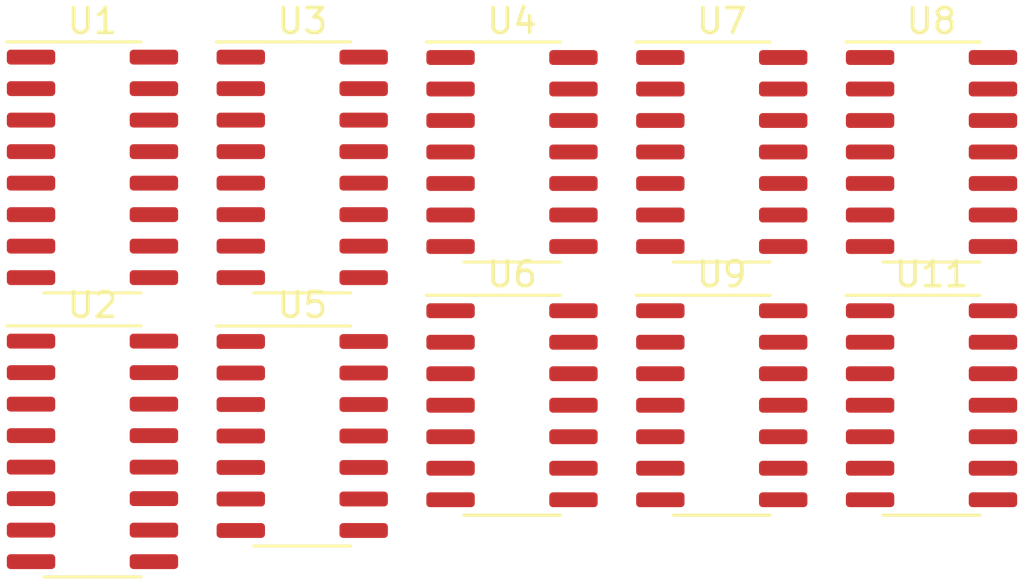
<source format=kicad_pcb>
(kicad_pcb (version 20171130) (host pcbnew "(5.1.10-1-10_14)")

  (general
    (thickness 1.6)
    (drawings 0)
    (tracks 0)
    (zones 0)
    (modules 10)
    (nets 114)
  )

  (page A4)
  (layers
    (0 F.Cu signal)
    (31 B.Cu signal)
    (32 B.Adhes user)
    (33 F.Adhes user)
    (34 B.Paste user)
    (35 F.Paste user)
    (36 B.SilkS user)
    (37 F.SilkS user)
    (38 B.Mask user)
    (39 F.Mask user)
    (40 Dwgs.User user)
    (41 Cmts.User user)
    (42 Eco1.User user)
    (43 Eco2.User user)
    (44 Edge.Cuts user)
    (45 Margin user)
    (46 B.CrtYd user)
    (47 F.CrtYd user)
    (48 B.Fab user hide)
    (49 F.Fab user hide)
  )

  (setup
    (last_trace_width 0.25)
    (trace_clearance 0.2)
    (zone_clearance 0.508)
    (zone_45_only no)
    (trace_min 0.2)
    (via_size 0.8)
    (via_drill 0.4)
    (via_min_size 0.4)
    (via_min_drill 0.3)
    (uvia_size 0.3)
    (uvia_drill 0.1)
    (uvias_allowed no)
    (uvia_min_size 0.2)
    (uvia_min_drill 0.1)
    (edge_width 0.05)
    (segment_width 0.2)
    (pcb_text_width 0.3)
    (pcb_text_size 1.5 1.5)
    (mod_edge_width 0.12)
    (mod_text_size 1 1)
    (mod_text_width 0.15)
    (pad_size 1.524 1.524)
    (pad_drill 0.762)
    (pad_to_mask_clearance 0)
    (aux_axis_origin 0 0)
    (visible_elements FFFFFF7F)
    (pcbplotparams
      (layerselection 0x010fc_ffffffff)
      (usegerberextensions false)
      (usegerberattributes true)
      (usegerberadvancedattributes true)
      (creategerberjobfile true)
      (excludeedgelayer true)
      (linewidth 0.100000)
      (plotframeref false)
      (viasonmask false)
      (mode 1)
      (useauxorigin false)
      (hpglpennumber 1)
      (hpglpenspeed 20)
      (hpglpendiameter 15.000000)
      (psnegative false)
      (psa4output false)
      (plotreference true)
      (plotvalue true)
      (plotinvisibletext false)
      (padsonsilk false)
      (subtractmaskfromsilk false)
      (outputformat 1)
      (mirror false)
      (drillshape 1)
      (scaleselection 1)
      (outputdirectory ""))
  )

  (net 0 "")
  (net 1 VCC)
  (net 2 "Net-(U1-Pad15)")
  (net 3 "Net-(U1-Pad14)")
  (net 4 "Net-(U1-Pad13)")
  (net 5 "Net-(U1-Pad12)")
  (net 6 "Net-(U1-Pad11)")
  (net 7 "Net-(U1-Pad10)")
  (net 8 GND)
  (net 9 "Net-(U1-Pad7)")
  (net 10 "Net-(U1-Pad6)")
  (net 11 "Net-(U1-Pad5)")
  (net 12 "Net-(U1-Pad4)")
  (net 13 "Net-(U1-Pad3)")
  (net 14 "Net-(U1-Pad2)")
  (net 15 "Net-(U1-Pad1)")
  (net 16 "Net-(U2-Pad15)")
  (net 17 "Net-(U2-Pad14)")
  (net 18 "Net-(U2-Pad13)")
  (net 19 "Net-(U2-Pad12)")
  (net 20 "Net-(U2-Pad11)")
  (net 21 "Net-(U2-Pad7)")
  (net 22 "Net-(U2-Pad6)")
  (net 23 "Net-(U2-Pad5)")
  (net 24 "Net-(U2-Pad4)")
  (net 25 "Net-(U2-Pad3)")
  (net 26 "Net-(U2-Pad2)")
  (net 27 "Net-(U2-Pad1)")
  (net 28 "Net-(U3-Pad15)")
  (net 29 "Net-(U3-Pad14)")
  (net 30 "Net-(U3-Pad13)")
  (net 31 "Net-(U3-Pad12)")
  (net 32 "Net-(U3-Pad11)")
  (net 33 "Net-(U3-Pad7)")
  (net 34 "Net-(U3-Pad6)")
  (net 35 "Net-(U3-Pad5)")
  (net 36 "Net-(U3-Pad4)")
  (net 37 "Net-(U3-Pad3)")
  (net 38 "Net-(U3-Pad2)")
  (net 39 "Net-(U3-Pad1)")
  (net 40 "Net-(U4-Pad13)")
  (net 41 "Net-(U4-Pad12)")
  (net 42 "Net-(U4-Pad11)")
  (net 43 "Net-(U4-Pad10)")
  (net 44 "Net-(U4-Pad9)")
  (net 45 "Net-(U4-Pad8)")
  (net 46 "Net-(U4-Pad6)")
  (net 47 "Net-(U4-Pad5)")
  (net 48 "Net-(U4-Pad4)")
  (net 49 "Net-(U4-Pad3)")
  (net 50 "Net-(U4-Pad2)")
  (net 51 "Net-(U4-Pad1)")
  (net 52 "Net-(U5-Pad13)")
  (net 53 "Net-(U5-Pad12)")
  (net 54 "Net-(U5-Pad11)")
  (net 55 "Net-(U5-Pad10)")
  (net 56 "Net-(U5-Pad9)")
  (net 57 "Net-(U5-Pad8)")
  (net 58 "Net-(U5-Pad6)")
  (net 59 "Net-(U5-Pad5)")
  (net 60 "Net-(U5-Pad4)")
  (net 61 "Net-(U5-Pad3)")
  (net 62 "Net-(U5-Pad2)")
  (net 63 "Net-(U5-Pad1)")
  (net 64 "Net-(U2-Pad10)")
  (net 65 "Net-(U3-Pad10)")
  (net 66 "Net-(U6-Pad6)")
  (net 67 "Net-(U6-Pad12)")
  (net 68 "Net-(U6-Pad5)")
  (net 69 "Net-(U6-Pad4)")
  (net 70 "Net-(U6-Pad2)")
  (net 71 "Net-(U6-Pad8)")
  (net 72 "Net-(U6-Pad1)")
  (net 73 "Net-(U7-Pad6)")
  (net 74 "Net-(U7-Pad12)")
  (net 75 "Net-(U7-Pad5)")
  (net 76 "Net-(U7-Pad4)")
  (net 77 "Net-(U7-Pad2)")
  (net 78 "Net-(U7-Pad8)")
  (net 79 "Net-(U7-Pad1)")
  (net 80 "Net-(U8-Pad13)")
  (net 81 "Net-(U8-Pad6)")
  (net 82 "Net-(U8-Pad12)")
  (net 83 "Net-(U8-Pad5)")
  (net 84 "Net-(U8-Pad4)")
  (net 85 "Net-(U8-Pad10)")
  (net 86 "Net-(U8-Pad9)")
  (net 87 "Net-(U8-Pad2)")
  (net 88 "Net-(U8-Pad8)")
  (net 89 "Net-(U8-Pad1)")
  (net 90 "Net-(U9-Pad6)")
  (net 91 "Net-(U9-Pad12)")
  (net 92 "Net-(U9-Pad5)")
  (net 93 "Net-(U9-Pad4)")
  (net 94 "Net-(U9-Pad2)")
  (net 95 "Net-(U9-Pad8)")
  (net 96 "Net-(U9-Pad1)")
  (net 97 "Net-(U11-Pad12)")
  (net 98 "Net-(U11-Pad11)")
  (net 99 "Net-(U11-Pad8)")
  (net 100 "Net-(U11-Pad6)")
  (net 101 "Net-(U11-Pad5)")
  (net 102 "Net-(U11-Pad4)")
  (net 103 "Net-(U11-Pad3)")
  (net 104 "Net-(U11-Pad2)")
  (net 105 "Net-(U11-Pad1)")
  (net 106 "Net-(U6-Pad11)")
  (net 107 "Net-(U6-Pad3)")
  (net 108 "Net-(U7-Pad11)")
  (net 109 "Net-(U7-Pad3)")
  (net 110 "Net-(U8-Pad11)")
  (net 111 "Net-(U8-Pad3)")
  (net 112 "Net-(U9-Pad11)")
  (net 113 "Net-(U9-Pad3)")

  (net_class Default "This is the default net class."
    (clearance 0.2)
    (trace_width 0.25)
    (via_dia 0.8)
    (via_drill 0.4)
    (uvia_dia 0.3)
    (uvia_drill 0.1)
    (add_net GND)
    (add_net "Net-(U1-Pad1)")
    (add_net "Net-(U1-Pad10)")
    (add_net "Net-(U1-Pad11)")
    (add_net "Net-(U1-Pad12)")
    (add_net "Net-(U1-Pad13)")
    (add_net "Net-(U1-Pad14)")
    (add_net "Net-(U1-Pad15)")
    (add_net "Net-(U1-Pad2)")
    (add_net "Net-(U1-Pad3)")
    (add_net "Net-(U1-Pad4)")
    (add_net "Net-(U1-Pad5)")
    (add_net "Net-(U1-Pad6)")
    (add_net "Net-(U1-Pad7)")
    (add_net "Net-(U11-Pad1)")
    (add_net "Net-(U11-Pad11)")
    (add_net "Net-(U11-Pad12)")
    (add_net "Net-(U11-Pad2)")
    (add_net "Net-(U11-Pad3)")
    (add_net "Net-(U11-Pad4)")
    (add_net "Net-(U11-Pad5)")
    (add_net "Net-(U11-Pad6)")
    (add_net "Net-(U11-Pad8)")
    (add_net "Net-(U2-Pad1)")
    (add_net "Net-(U2-Pad10)")
    (add_net "Net-(U2-Pad11)")
    (add_net "Net-(U2-Pad12)")
    (add_net "Net-(U2-Pad13)")
    (add_net "Net-(U2-Pad14)")
    (add_net "Net-(U2-Pad15)")
    (add_net "Net-(U2-Pad2)")
    (add_net "Net-(U2-Pad3)")
    (add_net "Net-(U2-Pad4)")
    (add_net "Net-(U2-Pad5)")
    (add_net "Net-(U2-Pad6)")
    (add_net "Net-(U2-Pad7)")
    (add_net "Net-(U3-Pad1)")
    (add_net "Net-(U3-Pad10)")
    (add_net "Net-(U3-Pad11)")
    (add_net "Net-(U3-Pad12)")
    (add_net "Net-(U3-Pad13)")
    (add_net "Net-(U3-Pad14)")
    (add_net "Net-(U3-Pad15)")
    (add_net "Net-(U3-Pad2)")
    (add_net "Net-(U3-Pad3)")
    (add_net "Net-(U3-Pad4)")
    (add_net "Net-(U3-Pad5)")
    (add_net "Net-(U3-Pad6)")
    (add_net "Net-(U3-Pad7)")
    (add_net "Net-(U4-Pad1)")
    (add_net "Net-(U4-Pad10)")
    (add_net "Net-(U4-Pad11)")
    (add_net "Net-(U4-Pad12)")
    (add_net "Net-(U4-Pad13)")
    (add_net "Net-(U4-Pad2)")
    (add_net "Net-(U4-Pad3)")
    (add_net "Net-(U4-Pad4)")
    (add_net "Net-(U4-Pad5)")
    (add_net "Net-(U4-Pad6)")
    (add_net "Net-(U4-Pad8)")
    (add_net "Net-(U4-Pad9)")
    (add_net "Net-(U5-Pad1)")
    (add_net "Net-(U5-Pad10)")
    (add_net "Net-(U5-Pad11)")
    (add_net "Net-(U5-Pad12)")
    (add_net "Net-(U5-Pad13)")
    (add_net "Net-(U5-Pad2)")
    (add_net "Net-(U5-Pad3)")
    (add_net "Net-(U5-Pad4)")
    (add_net "Net-(U5-Pad5)")
    (add_net "Net-(U5-Pad6)")
    (add_net "Net-(U5-Pad8)")
    (add_net "Net-(U5-Pad9)")
    (add_net "Net-(U6-Pad1)")
    (add_net "Net-(U6-Pad11)")
    (add_net "Net-(U6-Pad12)")
    (add_net "Net-(U6-Pad2)")
    (add_net "Net-(U6-Pad3)")
    (add_net "Net-(U6-Pad4)")
    (add_net "Net-(U6-Pad5)")
    (add_net "Net-(U6-Pad6)")
    (add_net "Net-(U6-Pad8)")
    (add_net "Net-(U7-Pad1)")
    (add_net "Net-(U7-Pad11)")
    (add_net "Net-(U7-Pad12)")
    (add_net "Net-(U7-Pad2)")
    (add_net "Net-(U7-Pad3)")
    (add_net "Net-(U7-Pad4)")
    (add_net "Net-(U7-Pad5)")
    (add_net "Net-(U7-Pad6)")
    (add_net "Net-(U7-Pad8)")
    (add_net "Net-(U8-Pad1)")
    (add_net "Net-(U8-Pad10)")
    (add_net "Net-(U8-Pad11)")
    (add_net "Net-(U8-Pad12)")
    (add_net "Net-(U8-Pad13)")
    (add_net "Net-(U8-Pad2)")
    (add_net "Net-(U8-Pad3)")
    (add_net "Net-(U8-Pad4)")
    (add_net "Net-(U8-Pad5)")
    (add_net "Net-(U8-Pad6)")
    (add_net "Net-(U8-Pad8)")
    (add_net "Net-(U8-Pad9)")
    (add_net "Net-(U9-Pad1)")
    (add_net "Net-(U9-Pad11)")
    (add_net "Net-(U9-Pad12)")
    (add_net "Net-(U9-Pad2)")
    (add_net "Net-(U9-Pad3)")
    (add_net "Net-(U9-Pad4)")
    (add_net "Net-(U9-Pad5)")
    (add_net "Net-(U9-Pad6)")
    (add_net "Net-(U9-Pad8)")
    (add_net VCC)
  )

  (module Package_SO:SOIC-14_3.9x8.7mm_P1.27mm (layer F.Cu) (tedit 5D9F72B1) (tstamp 6160C54B)
    (at 225.824 99.506)
    (descr "SOIC, 14 Pin (JEDEC MS-012AB, https://www.analog.com/media/en/package-pcb-resources/package/pkg_pdf/soic_narrow-r/r_14.pdf), generated with kicad-footprint-generator ipc_gullwing_generator.py")
    (tags "SOIC SO")
    (path /61D8225A/61E75E69)
    (attr smd)
    (fp_text reference U11 (at 0 -5.28) (layer F.SilkS)
      (effects (font (size 1 1) (thickness 0.15)))
    )
    (fp_text value CD74HC30M96 (at 0 5.28) (layer F.Fab)
      (effects (font (size 1 1) (thickness 0.15)))
    )
    (fp_text user %R (at 0 0) (layer F.Fab)
      (effects (font (size 0.98 0.98) (thickness 0.15)))
    )
    (fp_line (start 0 4.435) (end 1.95 4.435) (layer F.SilkS) (width 0.12))
    (fp_line (start 0 4.435) (end -1.95 4.435) (layer F.SilkS) (width 0.12))
    (fp_line (start 0 -4.435) (end 1.95 -4.435) (layer F.SilkS) (width 0.12))
    (fp_line (start 0 -4.435) (end -3.45 -4.435) (layer F.SilkS) (width 0.12))
    (fp_line (start -0.975 -4.325) (end 1.95 -4.325) (layer F.Fab) (width 0.1))
    (fp_line (start 1.95 -4.325) (end 1.95 4.325) (layer F.Fab) (width 0.1))
    (fp_line (start 1.95 4.325) (end -1.95 4.325) (layer F.Fab) (width 0.1))
    (fp_line (start -1.95 4.325) (end -1.95 -3.35) (layer F.Fab) (width 0.1))
    (fp_line (start -1.95 -3.35) (end -0.975 -4.325) (layer F.Fab) (width 0.1))
    (fp_line (start -3.7 -4.58) (end -3.7 4.58) (layer F.CrtYd) (width 0.05))
    (fp_line (start -3.7 4.58) (end 3.7 4.58) (layer F.CrtYd) (width 0.05))
    (fp_line (start 3.7 4.58) (end 3.7 -4.58) (layer F.CrtYd) (width 0.05))
    (fp_line (start 3.7 -4.58) (end -3.7 -4.58) (layer F.CrtYd) (width 0.05))
    (pad 14 smd roundrect (at 2.475 -3.81) (size 1.95 0.6) (layers F.Cu F.Paste F.Mask) (roundrect_rratio 0.25)
      (net 1 VCC))
    (pad 13 smd roundrect (at 2.475 -2.54) (size 1.95 0.6) (layers F.Cu F.Paste F.Mask) (roundrect_rratio 0.25))
    (pad 12 smd roundrect (at 2.475 -1.27) (size 1.95 0.6) (layers F.Cu F.Paste F.Mask) (roundrect_rratio 0.25)
      (net 97 "Net-(U11-Pad12)"))
    (pad 11 smd roundrect (at 2.475 0) (size 1.95 0.6) (layers F.Cu F.Paste F.Mask) (roundrect_rratio 0.25)
      (net 98 "Net-(U11-Pad11)"))
    (pad 10 smd roundrect (at 2.475 1.27) (size 1.95 0.6) (layers F.Cu F.Paste F.Mask) (roundrect_rratio 0.25))
    (pad 9 smd roundrect (at 2.475 2.54) (size 1.95 0.6) (layers F.Cu F.Paste F.Mask) (roundrect_rratio 0.25))
    (pad 8 smd roundrect (at 2.475 3.81) (size 1.95 0.6) (layers F.Cu F.Paste F.Mask) (roundrect_rratio 0.25)
      (net 99 "Net-(U11-Pad8)"))
    (pad 7 smd roundrect (at -2.475 3.81) (size 1.95 0.6) (layers F.Cu F.Paste F.Mask) (roundrect_rratio 0.25)
      (net 8 GND))
    (pad 6 smd roundrect (at -2.475 2.54) (size 1.95 0.6) (layers F.Cu F.Paste F.Mask) (roundrect_rratio 0.25)
      (net 100 "Net-(U11-Pad6)"))
    (pad 5 smd roundrect (at -2.475 1.27) (size 1.95 0.6) (layers F.Cu F.Paste F.Mask) (roundrect_rratio 0.25)
      (net 101 "Net-(U11-Pad5)"))
    (pad 4 smd roundrect (at -2.475 0) (size 1.95 0.6) (layers F.Cu F.Paste F.Mask) (roundrect_rratio 0.25)
      (net 102 "Net-(U11-Pad4)"))
    (pad 3 smd roundrect (at -2.475 -1.27) (size 1.95 0.6) (layers F.Cu F.Paste F.Mask) (roundrect_rratio 0.25)
      (net 103 "Net-(U11-Pad3)"))
    (pad 2 smd roundrect (at -2.475 -2.54) (size 1.95 0.6) (layers F.Cu F.Paste F.Mask) (roundrect_rratio 0.25)
      (net 104 "Net-(U11-Pad2)"))
    (pad 1 smd roundrect (at -2.475 -3.81) (size 1.95 0.6) (layers F.Cu F.Paste F.Mask) (roundrect_rratio 0.25)
      (net 105 "Net-(U11-Pad1)"))
    (model ${KISYS3DMOD}/Package_SO.3dshapes/SOIC-14_3.9x8.7mm_P1.27mm.wrl
      (at (xyz 0 0 0))
      (scale (xyz 1 1 1))
      (rotate (xyz 0 0 0))
    )
  )

  (module Package_SO:SOIC-14_3.9x8.7mm_P1.27mm (layer F.Cu) (tedit 5D9F72B1) (tstamp 6160C52B)
    (at 217.374 99.506)
    (descr "SOIC, 14 Pin (JEDEC MS-012AB, https://www.analog.com/media/en/package-pcb-resources/package/pkg_pdf/soic_narrow-r/r_14.pdf), generated with kicad-footprint-generator ipc_gullwing_generator.py")
    (tags "SOIC SO")
    (path /61D8225A/61E746DC)
    (attr smd)
    (fp_text reference U9 (at 0 -5.28) (layer F.SilkS)
      (effects (font (size 1 1) (thickness 0.15)))
    )
    (fp_text value CD74HC30M96 (at 0 5.28) (layer F.Fab)
      (effects (font (size 1 1) (thickness 0.15)))
    )
    (fp_text user %R (at 0 0) (layer F.Fab)
      (effects (font (size 0.98 0.98) (thickness 0.15)))
    )
    (fp_line (start 0 4.435) (end 1.95 4.435) (layer F.SilkS) (width 0.12))
    (fp_line (start 0 4.435) (end -1.95 4.435) (layer F.SilkS) (width 0.12))
    (fp_line (start 0 -4.435) (end 1.95 -4.435) (layer F.SilkS) (width 0.12))
    (fp_line (start 0 -4.435) (end -3.45 -4.435) (layer F.SilkS) (width 0.12))
    (fp_line (start -0.975 -4.325) (end 1.95 -4.325) (layer F.Fab) (width 0.1))
    (fp_line (start 1.95 -4.325) (end 1.95 4.325) (layer F.Fab) (width 0.1))
    (fp_line (start 1.95 4.325) (end -1.95 4.325) (layer F.Fab) (width 0.1))
    (fp_line (start -1.95 4.325) (end -1.95 -3.35) (layer F.Fab) (width 0.1))
    (fp_line (start -1.95 -3.35) (end -0.975 -4.325) (layer F.Fab) (width 0.1))
    (fp_line (start -3.7 -4.58) (end -3.7 4.58) (layer F.CrtYd) (width 0.05))
    (fp_line (start -3.7 4.58) (end 3.7 4.58) (layer F.CrtYd) (width 0.05))
    (fp_line (start 3.7 4.58) (end 3.7 -4.58) (layer F.CrtYd) (width 0.05))
    (fp_line (start 3.7 -4.58) (end -3.7 -4.58) (layer F.CrtYd) (width 0.05))
    (pad 14 smd roundrect (at 2.475 -3.81) (size 1.95 0.6) (layers F.Cu F.Paste F.Mask) (roundrect_rratio 0.25)
      (net 1 VCC))
    (pad 13 smd roundrect (at 2.475 -2.54) (size 1.95 0.6) (layers F.Cu F.Paste F.Mask) (roundrect_rratio 0.25))
    (pad 12 smd roundrect (at 2.475 -1.27) (size 1.95 0.6) (layers F.Cu F.Paste F.Mask) (roundrect_rratio 0.25)
      (net 91 "Net-(U9-Pad12)"))
    (pad 11 smd roundrect (at 2.475 0) (size 1.95 0.6) (layers F.Cu F.Paste F.Mask) (roundrect_rratio 0.25)
      (net 112 "Net-(U9-Pad11)"))
    (pad 10 smd roundrect (at 2.475 1.27) (size 1.95 0.6) (layers F.Cu F.Paste F.Mask) (roundrect_rratio 0.25))
    (pad 9 smd roundrect (at 2.475 2.54) (size 1.95 0.6) (layers F.Cu F.Paste F.Mask) (roundrect_rratio 0.25))
    (pad 8 smd roundrect (at 2.475 3.81) (size 1.95 0.6) (layers F.Cu F.Paste F.Mask) (roundrect_rratio 0.25)
      (net 95 "Net-(U9-Pad8)"))
    (pad 7 smd roundrect (at -2.475 3.81) (size 1.95 0.6) (layers F.Cu F.Paste F.Mask) (roundrect_rratio 0.25)
      (net 8 GND))
    (pad 6 smd roundrect (at -2.475 2.54) (size 1.95 0.6) (layers F.Cu F.Paste F.Mask) (roundrect_rratio 0.25)
      (net 90 "Net-(U9-Pad6)"))
    (pad 5 smd roundrect (at -2.475 1.27) (size 1.95 0.6) (layers F.Cu F.Paste F.Mask) (roundrect_rratio 0.25)
      (net 92 "Net-(U9-Pad5)"))
    (pad 4 smd roundrect (at -2.475 0) (size 1.95 0.6) (layers F.Cu F.Paste F.Mask) (roundrect_rratio 0.25)
      (net 93 "Net-(U9-Pad4)"))
    (pad 3 smd roundrect (at -2.475 -1.27) (size 1.95 0.6) (layers F.Cu F.Paste F.Mask) (roundrect_rratio 0.25)
      (net 113 "Net-(U9-Pad3)"))
    (pad 2 smd roundrect (at -2.475 -2.54) (size 1.95 0.6) (layers F.Cu F.Paste F.Mask) (roundrect_rratio 0.25)
      (net 94 "Net-(U9-Pad2)"))
    (pad 1 smd roundrect (at -2.475 -3.81) (size 1.95 0.6) (layers F.Cu F.Paste F.Mask) (roundrect_rratio 0.25)
      (net 96 "Net-(U9-Pad1)"))
    (model ${KISYS3DMOD}/Package_SO.3dshapes/SOIC-14_3.9x8.7mm_P1.27mm.wrl
      (at (xyz 0 0 0))
      (scale (xyz 1 1 1))
      (rotate (xyz 0 0 0))
    )
  )

  (module Package_SO:SOIC-14_3.9x8.7mm_P1.27mm (layer F.Cu) (tedit 5D9F72B1) (tstamp 6160C50B)
    (at 225.824 89.296)
    (descr "SOIC, 14 Pin (JEDEC MS-012AB, https://www.analog.com/media/en/package-pcb-resources/package/pkg_pdf/soic_narrow-r/r_14.pdf), generated with kicad-footprint-generator ipc_gullwing_generator.py")
    (tags "SOIC SO")
    (path /61D8225A/61E53C4E)
    (attr smd)
    (fp_text reference U8 (at 0 -5.28) (layer F.SilkS)
      (effects (font (size 1 1) (thickness 0.15)))
    )
    (fp_text value SN74HC00DR (at 0 5.28) (layer F.Fab)
      (effects (font (size 1 1) (thickness 0.15)))
    )
    (fp_text user %R (at 0 0) (layer F.Fab)
      (effects (font (size 0.98 0.98) (thickness 0.15)))
    )
    (fp_line (start 0 4.435) (end 1.95 4.435) (layer F.SilkS) (width 0.12))
    (fp_line (start 0 4.435) (end -1.95 4.435) (layer F.SilkS) (width 0.12))
    (fp_line (start 0 -4.435) (end 1.95 -4.435) (layer F.SilkS) (width 0.12))
    (fp_line (start 0 -4.435) (end -3.45 -4.435) (layer F.SilkS) (width 0.12))
    (fp_line (start -0.975 -4.325) (end 1.95 -4.325) (layer F.Fab) (width 0.1))
    (fp_line (start 1.95 -4.325) (end 1.95 4.325) (layer F.Fab) (width 0.1))
    (fp_line (start 1.95 4.325) (end -1.95 4.325) (layer F.Fab) (width 0.1))
    (fp_line (start -1.95 4.325) (end -1.95 -3.35) (layer F.Fab) (width 0.1))
    (fp_line (start -1.95 -3.35) (end -0.975 -4.325) (layer F.Fab) (width 0.1))
    (fp_line (start -3.7 -4.58) (end -3.7 4.58) (layer F.CrtYd) (width 0.05))
    (fp_line (start -3.7 4.58) (end 3.7 4.58) (layer F.CrtYd) (width 0.05))
    (fp_line (start 3.7 4.58) (end 3.7 -4.58) (layer F.CrtYd) (width 0.05))
    (fp_line (start 3.7 -4.58) (end -3.7 -4.58) (layer F.CrtYd) (width 0.05))
    (pad 14 smd roundrect (at 2.475 -3.81) (size 1.95 0.6) (layers F.Cu F.Paste F.Mask) (roundrect_rratio 0.25)
      (net 1 VCC))
    (pad 13 smd roundrect (at 2.475 -2.54) (size 1.95 0.6) (layers F.Cu F.Paste F.Mask) (roundrect_rratio 0.25)
      (net 80 "Net-(U8-Pad13)"))
    (pad 12 smd roundrect (at 2.475 -1.27) (size 1.95 0.6) (layers F.Cu F.Paste F.Mask) (roundrect_rratio 0.25)
      (net 82 "Net-(U8-Pad12)"))
    (pad 11 smd roundrect (at 2.475 0) (size 1.95 0.6) (layers F.Cu F.Paste F.Mask) (roundrect_rratio 0.25)
      (net 110 "Net-(U8-Pad11)"))
    (pad 10 smd roundrect (at 2.475 1.27) (size 1.95 0.6) (layers F.Cu F.Paste F.Mask) (roundrect_rratio 0.25)
      (net 85 "Net-(U8-Pad10)"))
    (pad 9 smd roundrect (at 2.475 2.54) (size 1.95 0.6) (layers F.Cu F.Paste F.Mask) (roundrect_rratio 0.25)
      (net 86 "Net-(U8-Pad9)"))
    (pad 8 smd roundrect (at 2.475 3.81) (size 1.95 0.6) (layers F.Cu F.Paste F.Mask) (roundrect_rratio 0.25)
      (net 88 "Net-(U8-Pad8)"))
    (pad 7 smd roundrect (at -2.475 3.81) (size 1.95 0.6) (layers F.Cu F.Paste F.Mask) (roundrect_rratio 0.25)
      (net 8 GND))
    (pad 6 smd roundrect (at -2.475 2.54) (size 1.95 0.6) (layers F.Cu F.Paste F.Mask) (roundrect_rratio 0.25)
      (net 81 "Net-(U8-Pad6)"))
    (pad 5 smd roundrect (at -2.475 1.27) (size 1.95 0.6) (layers F.Cu F.Paste F.Mask) (roundrect_rratio 0.25)
      (net 83 "Net-(U8-Pad5)"))
    (pad 4 smd roundrect (at -2.475 0) (size 1.95 0.6) (layers F.Cu F.Paste F.Mask) (roundrect_rratio 0.25)
      (net 84 "Net-(U8-Pad4)"))
    (pad 3 smd roundrect (at -2.475 -1.27) (size 1.95 0.6) (layers F.Cu F.Paste F.Mask) (roundrect_rratio 0.25)
      (net 111 "Net-(U8-Pad3)"))
    (pad 2 smd roundrect (at -2.475 -2.54) (size 1.95 0.6) (layers F.Cu F.Paste F.Mask) (roundrect_rratio 0.25)
      (net 87 "Net-(U8-Pad2)"))
    (pad 1 smd roundrect (at -2.475 -3.81) (size 1.95 0.6) (layers F.Cu F.Paste F.Mask) (roundrect_rratio 0.25)
      (net 89 "Net-(U8-Pad1)"))
    (model ${KISYS3DMOD}/Package_SO.3dshapes/SOIC-14_3.9x8.7mm_P1.27mm.wrl
      (at (xyz 0 0 0))
      (scale (xyz 1 1 1))
      (rotate (xyz 0 0 0))
    )
  )

  (module Package_SO:SOIC-14_3.9x8.7mm_P1.27mm (layer F.Cu) (tedit 5D9F72B1) (tstamp 6160C4EB)
    (at 217.374 89.296)
    (descr "SOIC, 14 Pin (JEDEC MS-012AB, https://www.analog.com/media/en/package-pcb-resources/package/pkg_pdf/soic_narrow-r/r_14.pdf), generated with kicad-footprint-generator ipc_gullwing_generator.py")
    (tags "SOIC SO")
    (path /61D8225A/61E40966)
    (attr smd)
    (fp_text reference U7 (at 0 -5.28) (layer F.SilkS)
      (effects (font (size 1 1) (thickness 0.15)))
    )
    (fp_text value CD74HC30M96 (at 0 5.28) (layer F.Fab)
      (effects (font (size 1 1) (thickness 0.15)))
    )
    (fp_text user %R (at 0 0) (layer F.Fab)
      (effects (font (size 0.98 0.98) (thickness 0.15)))
    )
    (fp_line (start 0 4.435) (end 1.95 4.435) (layer F.SilkS) (width 0.12))
    (fp_line (start 0 4.435) (end -1.95 4.435) (layer F.SilkS) (width 0.12))
    (fp_line (start 0 -4.435) (end 1.95 -4.435) (layer F.SilkS) (width 0.12))
    (fp_line (start 0 -4.435) (end -3.45 -4.435) (layer F.SilkS) (width 0.12))
    (fp_line (start -0.975 -4.325) (end 1.95 -4.325) (layer F.Fab) (width 0.1))
    (fp_line (start 1.95 -4.325) (end 1.95 4.325) (layer F.Fab) (width 0.1))
    (fp_line (start 1.95 4.325) (end -1.95 4.325) (layer F.Fab) (width 0.1))
    (fp_line (start -1.95 4.325) (end -1.95 -3.35) (layer F.Fab) (width 0.1))
    (fp_line (start -1.95 -3.35) (end -0.975 -4.325) (layer F.Fab) (width 0.1))
    (fp_line (start -3.7 -4.58) (end -3.7 4.58) (layer F.CrtYd) (width 0.05))
    (fp_line (start -3.7 4.58) (end 3.7 4.58) (layer F.CrtYd) (width 0.05))
    (fp_line (start 3.7 4.58) (end 3.7 -4.58) (layer F.CrtYd) (width 0.05))
    (fp_line (start 3.7 -4.58) (end -3.7 -4.58) (layer F.CrtYd) (width 0.05))
    (pad 14 smd roundrect (at 2.475 -3.81) (size 1.95 0.6) (layers F.Cu F.Paste F.Mask) (roundrect_rratio 0.25)
      (net 1 VCC))
    (pad 13 smd roundrect (at 2.475 -2.54) (size 1.95 0.6) (layers F.Cu F.Paste F.Mask) (roundrect_rratio 0.25))
    (pad 12 smd roundrect (at 2.475 -1.27) (size 1.95 0.6) (layers F.Cu F.Paste F.Mask) (roundrect_rratio 0.25)
      (net 74 "Net-(U7-Pad12)"))
    (pad 11 smd roundrect (at 2.475 0) (size 1.95 0.6) (layers F.Cu F.Paste F.Mask) (roundrect_rratio 0.25)
      (net 108 "Net-(U7-Pad11)"))
    (pad 10 smd roundrect (at 2.475 1.27) (size 1.95 0.6) (layers F.Cu F.Paste F.Mask) (roundrect_rratio 0.25))
    (pad 9 smd roundrect (at 2.475 2.54) (size 1.95 0.6) (layers F.Cu F.Paste F.Mask) (roundrect_rratio 0.25))
    (pad 8 smd roundrect (at 2.475 3.81) (size 1.95 0.6) (layers F.Cu F.Paste F.Mask) (roundrect_rratio 0.25)
      (net 78 "Net-(U7-Pad8)"))
    (pad 7 smd roundrect (at -2.475 3.81) (size 1.95 0.6) (layers F.Cu F.Paste F.Mask) (roundrect_rratio 0.25)
      (net 8 GND))
    (pad 6 smd roundrect (at -2.475 2.54) (size 1.95 0.6) (layers F.Cu F.Paste F.Mask) (roundrect_rratio 0.25)
      (net 73 "Net-(U7-Pad6)"))
    (pad 5 smd roundrect (at -2.475 1.27) (size 1.95 0.6) (layers F.Cu F.Paste F.Mask) (roundrect_rratio 0.25)
      (net 75 "Net-(U7-Pad5)"))
    (pad 4 smd roundrect (at -2.475 0) (size 1.95 0.6) (layers F.Cu F.Paste F.Mask) (roundrect_rratio 0.25)
      (net 76 "Net-(U7-Pad4)"))
    (pad 3 smd roundrect (at -2.475 -1.27) (size 1.95 0.6) (layers F.Cu F.Paste F.Mask) (roundrect_rratio 0.25)
      (net 109 "Net-(U7-Pad3)"))
    (pad 2 smd roundrect (at -2.475 -2.54) (size 1.95 0.6) (layers F.Cu F.Paste F.Mask) (roundrect_rratio 0.25)
      (net 77 "Net-(U7-Pad2)"))
    (pad 1 smd roundrect (at -2.475 -3.81) (size 1.95 0.6) (layers F.Cu F.Paste F.Mask) (roundrect_rratio 0.25)
      (net 79 "Net-(U7-Pad1)"))
    (model ${KISYS3DMOD}/Package_SO.3dshapes/SOIC-14_3.9x8.7mm_P1.27mm.wrl
      (at (xyz 0 0 0))
      (scale (xyz 1 1 1))
      (rotate (xyz 0 0 0))
    )
  )

  (module Package_SO:SOIC-14_3.9x8.7mm_P1.27mm (layer F.Cu) (tedit 5D9F72B1) (tstamp 6160C4CB)
    (at 208.924 99.506)
    (descr "SOIC, 14 Pin (JEDEC MS-012AB, https://www.analog.com/media/en/package-pcb-resources/package/pkg_pdf/soic_narrow-r/r_14.pdf), generated with kicad-footprint-generator ipc_gullwing_generator.py")
    (tags "SOIC SO")
    (path /61D8225A/61E3F9C1)
    (attr smd)
    (fp_text reference U6 (at 0 -5.28) (layer F.SilkS)
      (effects (font (size 1 1) (thickness 0.15)))
    )
    (fp_text value CD74HC30M96 (at 0 5.28) (layer F.Fab)
      (effects (font (size 1 1) (thickness 0.15)))
    )
    (fp_text user %R (at 0 0) (layer F.Fab)
      (effects (font (size 0.98 0.98) (thickness 0.15)))
    )
    (fp_line (start 0 4.435) (end 1.95 4.435) (layer F.SilkS) (width 0.12))
    (fp_line (start 0 4.435) (end -1.95 4.435) (layer F.SilkS) (width 0.12))
    (fp_line (start 0 -4.435) (end 1.95 -4.435) (layer F.SilkS) (width 0.12))
    (fp_line (start 0 -4.435) (end -3.45 -4.435) (layer F.SilkS) (width 0.12))
    (fp_line (start -0.975 -4.325) (end 1.95 -4.325) (layer F.Fab) (width 0.1))
    (fp_line (start 1.95 -4.325) (end 1.95 4.325) (layer F.Fab) (width 0.1))
    (fp_line (start 1.95 4.325) (end -1.95 4.325) (layer F.Fab) (width 0.1))
    (fp_line (start -1.95 4.325) (end -1.95 -3.35) (layer F.Fab) (width 0.1))
    (fp_line (start -1.95 -3.35) (end -0.975 -4.325) (layer F.Fab) (width 0.1))
    (fp_line (start -3.7 -4.58) (end -3.7 4.58) (layer F.CrtYd) (width 0.05))
    (fp_line (start -3.7 4.58) (end 3.7 4.58) (layer F.CrtYd) (width 0.05))
    (fp_line (start 3.7 4.58) (end 3.7 -4.58) (layer F.CrtYd) (width 0.05))
    (fp_line (start 3.7 -4.58) (end -3.7 -4.58) (layer F.CrtYd) (width 0.05))
    (pad 14 smd roundrect (at 2.475 -3.81) (size 1.95 0.6) (layers F.Cu F.Paste F.Mask) (roundrect_rratio 0.25)
      (net 1 VCC))
    (pad 13 smd roundrect (at 2.475 -2.54) (size 1.95 0.6) (layers F.Cu F.Paste F.Mask) (roundrect_rratio 0.25))
    (pad 12 smd roundrect (at 2.475 -1.27) (size 1.95 0.6) (layers F.Cu F.Paste F.Mask) (roundrect_rratio 0.25)
      (net 67 "Net-(U6-Pad12)"))
    (pad 11 smd roundrect (at 2.475 0) (size 1.95 0.6) (layers F.Cu F.Paste F.Mask) (roundrect_rratio 0.25)
      (net 106 "Net-(U6-Pad11)"))
    (pad 10 smd roundrect (at 2.475 1.27) (size 1.95 0.6) (layers F.Cu F.Paste F.Mask) (roundrect_rratio 0.25))
    (pad 9 smd roundrect (at 2.475 2.54) (size 1.95 0.6) (layers F.Cu F.Paste F.Mask) (roundrect_rratio 0.25))
    (pad 8 smd roundrect (at 2.475 3.81) (size 1.95 0.6) (layers F.Cu F.Paste F.Mask) (roundrect_rratio 0.25)
      (net 71 "Net-(U6-Pad8)"))
    (pad 7 smd roundrect (at -2.475 3.81) (size 1.95 0.6) (layers F.Cu F.Paste F.Mask) (roundrect_rratio 0.25)
      (net 8 GND))
    (pad 6 smd roundrect (at -2.475 2.54) (size 1.95 0.6) (layers F.Cu F.Paste F.Mask) (roundrect_rratio 0.25)
      (net 66 "Net-(U6-Pad6)"))
    (pad 5 smd roundrect (at -2.475 1.27) (size 1.95 0.6) (layers F.Cu F.Paste F.Mask) (roundrect_rratio 0.25)
      (net 68 "Net-(U6-Pad5)"))
    (pad 4 smd roundrect (at -2.475 0) (size 1.95 0.6) (layers F.Cu F.Paste F.Mask) (roundrect_rratio 0.25)
      (net 69 "Net-(U6-Pad4)"))
    (pad 3 smd roundrect (at -2.475 -1.27) (size 1.95 0.6) (layers F.Cu F.Paste F.Mask) (roundrect_rratio 0.25)
      (net 107 "Net-(U6-Pad3)"))
    (pad 2 smd roundrect (at -2.475 -2.54) (size 1.95 0.6) (layers F.Cu F.Paste F.Mask) (roundrect_rratio 0.25)
      (net 70 "Net-(U6-Pad2)"))
    (pad 1 smd roundrect (at -2.475 -3.81) (size 1.95 0.6) (layers F.Cu F.Paste F.Mask) (roundrect_rratio 0.25)
      (net 72 "Net-(U6-Pad1)"))
    (model ${KISYS3DMOD}/Package_SO.3dshapes/SOIC-14_3.9x8.7mm_P1.27mm.wrl
      (at (xyz 0 0 0))
      (scale (xyz 1 1 1))
      (rotate (xyz 0 0 0))
    )
  )

  (module Package_SO:SOIC-14_3.9x8.7mm_P1.27mm (layer F.Cu) (tedit 5D9F72B1) (tstamp 6160C4AB)
    (at 200.474 100.746)
    (descr "SOIC, 14 Pin (JEDEC MS-012AB, https://www.analog.com/media/en/package-pcb-resources/package/pkg_pdf/soic_narrow-r/r_14.pdf), generated with kicad-footprint-generator ipc_gullwing_generator.py")
    (tags "SOIC SO")
    (path /61D8225A/61D8FBBF)
    (attr smd)
    (fp_text reference U5 (at 0 -5.28) (layer F.SilkS)
      (effects (font (size 1 1) (thickness 0.15)))
    )
    (fp_text value 74HC04 (at 0 5.28) (layer F.Fab)
      (effects (font (size 1 1) (thickness 0.15)))
    )
    (fp_text user %R (at 0 0) (layer F.Fab)
      (effects (font (size 0.98 0.98) (thickness 0.15)))
    )
    (fp_line (start 0 4.435) (end 1.95 4.435) (layer F.SilkS) (width 0.12))
    (fp_line (start 0 4.435) (end -1.95 4.435) (layer F.SilkS) (width 0.12))
    (fp_line (start 0 -4.435) (end 1.95 -4.435) (layer F.SilkS) (width 0.12))
    (fp_line (start 0 -4.435) (end -3.45 -4.435) (layer F.SilkS) (width 0.12))
    (fp_line (start -0.975 -4.325) (end 1.95 -4.325) (layer F.Fab) (width 0.1))
    (fp_line (start 1.95 -4.325) (end 1.95 4.325) (layer F.Fab) (width 0.1))
    (fp_line (start 1.95 4.325) (end -1.95 4.325) (layer F.Fab) (width 0.1))
    (fp_line (start -1.95 4.325) (end -1.95 -3.35) (layer F.Fab) (width 0.1))
    (fp_line (start -1.95 -3.35) (end -0.975 -4.325) (layer F.Fab) (width 0.1))
    (fp_line (start -3.7 -4.58) (end -3.7 4.58) (layer F.CrtYd) (width 0.05))
    (fp_line (start -3.7 4.58) (end 3.7 4.58) (layer F.CrtYd) (width 0.05))
    (fp_line (start 3.7 4.58) (end 3.7 -4.58) (layer F.CrtYd) (width 0.05))
    (fp_line (start 3.7 -4.58) (end -3.7 -4.58) (layer F.CrtYd) (width 0.05))
    (pad 14 smd roundrect (at 2.475 -3.81) (size 1.95 0.6) (layers F.Cu F.Paste F.Mask) (roundrect_rratio 0.25)
      (net 1 VCC))
    (pad 13 smd roundrect (at 2.475 -2.54) (size 1.95 0.6) (layers F.Cu F.Paste F.Mask) (roundrect_rratio 0.25)
      (net 52 "Net-(U5-Pad13)"))
    (pad 12 smd roundrect (at 2.475 -1.27) (size 1.95 0.6) (layers F.Cu F.Paste F.Mask) (roundrect_rratio 0.25)
      (net 53 "Net-(U5-Pad12)"))
    (pad 11 smd roundrect (at 2.475 0) (size 1.95 0.6) (layers F.Cu F.Paste F.Mask) (roundrect_rratio 0.25)
      (net 54 "Net-(U5-Pad11)"))
    (pad 10 smd roundrect (at 2.475 1.27) (size 1.95 0.6) (layers F.Cu F.Paste F.Mask) (roundrect_rratio 0.25)
      (net 55 "Net-(U5-Pad10)"))
    (pad 9 smd roundrect (at 2.475 2.54) (size 1.95 0.6) (layers F.Cu F.Paste F.Mask) (roundrect_rratio 0.25)
      (net 56 "Net-(U5-Pad9)"))
    (pad 8 smd roundrect (at 2.475 3.81) (size 1.95 0.6) (layers F.Cu F.Paste F.Mask) (roundrect_rratio 0.25)
      (net 57 "Net-(U5-Pad8)"))
    (pad 7 smd roundrect (at -2.475 3.81) (size 1.95 0.6) (layers F.Cu F.Paste F.Mask) (roundrect_rratio 0.25)
      (net 8 GND))
    (pad 6 smd roundrect (at -2.475 2.54) (size 1.95 0.6) (layers F.Cu F.Paste F.Mask) (roundrect_rratio 0.25)
      (net 58 "Net-(U5-Pad6)"))
    (pad 5 smd roundrect (at -2.475 1.27) (size 1.95 0.6) (layers F.Cu F.Paste F.Mask) (roundrect_rratio 0.25)
      (net 59 "Net-(U5-Pad5)"))
    (pad 4 smd roundrect (at -2.475 0) (size 1.95 0.6) (layers F.Cu F.Paste F.Mask) (roundrect_rratio 0.25)
      (net 60 "Net-(U5-Pad4)"))
    (pad 3 smd roundrect (at -2.475 -1.27) (size 1.95 0.6) (layers F.Cu F.Paste F.Mask) (roundrect_rratio 0.25)
      (net 61 "Net-(U5-Pad3)"))
    (pad 2 smd roundrect (at -2.475 -2.54) (size 1.95 0.6) (layers F.Cu F.Paste F.Mask) (roundrect_rratio 0.25)
      (net 62 "Net-(U5-Pad2)"))
    (pad 1 smd roundrect (at -2.475 -3.81) (size 1.95 0.6) (layers F.Cu F.Paste F.Mask) (roundrect_rratio 0.25)
      (net 63 "Net-(U5-Pad1)"))
    (model ${KISYS3DMOD}/Package_SO.3dshapes/SOIC-14_3.9x8.7mm_P1.27mm.wrl
      (at (xyz 0 0 0))
      (scale (xyz 1 1 1))
      (rotate (xyz 0 0 0))
    )
  )

  (module Package_SO:SOIC-14_3.9x8.7mm_P1.27mm (layer F.Cu) (tedit 5D9F72B1) (tstamp 6160C48B)
    (at 208.924 89.296)
    (descr "SOIC, 14 Pin (JEDEC MS-012AB, https://www.analog.com/media/en/package-pcb-resources/package/pkg_pdf/soic_narrow-r/r_14.pdf), generated with kicad-footprint-generator ipc_gullwing_generator.py")
    (tags "SOIC SO")
    (path /61D8225A/61DAC237)
    (attr smd)
    (fp_text reference U4 (at 0 -5.28) (layer F.SilkS)
      (effects (font (size 1 1) (thickness 0.15)))
    )
    (fp_text value 74HC04 (at 0 5.28) (layer F.Fab)
      (effects (font (size 1 1) (thickness 0.15)))
    )
    (fp_text user %R (at 0 0) (layer F.Fab)
      (effects (font (size 0.98 0.98) (thickness 0.15)))
    )
    (fp_line (start 0 4.435) (end 1.95 4.435) (layer F.SilkS) (width 0.12))
    (fp_line (start 0 4.435) (end -1.95 4.435) (layer F.SilkS) (width 0.12))
    (fp_line (start 0 -4.435) (end 1.95 -4.435) (layer F.SilkS) (width 0.12))
    (fp_line (start 0 -4.435) (end -3.45 -4.435) (layer F.SilkS) (width 0.12))
    (fp_line (start -0.975 -4.325) (end 1.95 -4.325) (layer F.Fab) (width 0.1))
    (fp_line (start 1.95 -4.325) (end 1.95 4.325) (layer F.Fab) (width 0.1))
    (fp_line (start 1.95 4.325) (end -1.95 4.325) (layer F.Fab) (width 0.1))
    (fp_line (start -1.95 4.325) (end -1.95 -3.35) (layer F.Fab) (width 0.1))
    (fp_line (start -1.95 -3.35) (end -0.975 -4.325) (layer F.Fab) (width 0.1))
    (fp_line (start -3.7 -4.58) (end -3.7 4.58) (layer F.CrtYd) (width 0.05))
    (fp_line (start -3.7 4.58) (end 3.7 4.58) (layer F.CrtYd) (width 0.05))
    (fp_line (start 3.7 4.58) (end 3.7 -4.58) (layer F.CrtYd) (width 0.05))
    (fp_line (start 3.7 -4.58) (end -3.7 -4.58) (layer F.CrtYd) (width 0.05))
    (pad 14 smd roundrect (at 2.475 -3.81) (size 1.95 0.6) (layers F.Cu F.Paste F.Mask) (roundrect_rratio 0.25)
      (net 1 VCC))
    (pad 13 smd roundrect (at 2.475 -2.54) (size 1.95 0.6) (layers F.Cu F.Paste F.Mask) (roundrect_rratio 0.25)
      (net 40 "Net-(U4-Pad13)"))
    (pad 12 smd roundrect (at 2.475 -1.27) (size 1.95 0.6) (layers F.Cu F.Paste F.Mask) (roundrect_rratio 0.25)
      (net 41 "Net-(U4-Pad12)"))
    (pad 11 smd roundrect (at 2.475 0) (size 1.95 0.6) (layers F.Cu F.Paste F.Mask) (roundrect_rratio 0.25)
      (net 42 "Net-(U4-Pad11)"))
    (pad 10 smd roundrect (at 2.475 1.27) (size 1.95 0.6) (layers F.Cu F.Paste F.Mask) (roundrect_rratio 0.25)
      (net 43 "Net-(U4-Pad10)"))
    (pad 9 smd roundrect (at 2.475 2.54) (size 1.95 0.6) (layers F.Cu F.Paste F.Mask) (roundrect_rratio 0.25)
      (net 44 "Net-(U4-Pad9)"))
    (pad 8 smd roundrect (at 2.475 3.81) (size 1.95 0.6) (layers F.Cu F.Paste F.Mask) (roundrect_rratio 0.25)
      (net 45 "Net-(U4-Pad8)"))
    (pad 7 smd roundrect (at -2.475 3.81) (size 1.95 0.6) (layers F.Cu F.Paste F.Mask) (roundrect_rratio 0.25)
      (net 8 GND))
    (pad 6 smd roundrect (at -2.475 2.54) (size 1.95 0.6) (layers F.Cu F.Paste F.Mask) (roundrect_rratio 0.25)
      (net 46 "Net-(U4-Pad6)"))
    (pad 5 smd roundrect (at -2.475 1.27) (size 1.95 0.6) (layers F.Cu F.Paste F.Mask) (roundrect_rratio 0.25)
      (net 47 "Net-(U4-Pad5)"))
    (pad 4 smd roundrect (at -2.475 0) (size 1.95 0.6) (layers F.Cu F.Paste F.Mask) (roundrect_rratio 0.25)
      (net 48 "Net-(U4-Pad4)"))
    (pad 3 smd roundrect (at -2.475 -1.27) (size 1.95 0.6) (layers F.Cu F.Paste F.Mask) (roundrect_rratio 0.25)
      (net 49 "Net-(U4-Pad3)"))
    (pad 2 smd roundrect (at -2.475 -2.54) (size 1.95 0.6) (layers F.Cu F.Paste F.Mask) (roundrect_rratio 0.25)
      (net 50 "Net-(U4-Pad2)"))
    (pad 1 smd roundrect (at -2.475 -3.81) (size 1.95 0.6) (layers F.Cu F.Paste F.Mask) (roundrect_rratio 0.25)
      (net 51 "Net-(U4-Pad1)"))
    (model ${KISYS3DMOD}/Package_SO.3dshapes/SOIC-14_3.9x8.7mm_P1.27mm.wrl
      (at (xyz 0 0 0))
      (scale (xyz 1 1 1))
      (rotate (xyz 0 0 0))
    )
  )

  (module Package_SO:SOIC-16_3.9x9.9mm_P1.27mm (layer F.Cu) (tedit 5D9F72B1) (tstamp 6160C46B)
    (at 200.474 89.916)
    (descr "SOIC, 16 Pin (JEDEC MS-012AC, https://www.analog.com/media/en/package-pcb-resources/package/pkg_pdf/soic_narrow-r/r_16.pdf), generated with kicad-footprint-generator ipc_gullwing_generator.py")
    (tags "SOIC SO")
    (path /61D8225A/61D88D88)
    (attr smd)
    (fp_text reference U3 (at 0 -5.9) (layer F.SilkS)
      (effects (font (size 1 1) (thickness 0.15)))
    )
    (fp_text value SN74HC161DR (at 0 5.9) (layer F.Fab)
      (effects (font (size 1 1) (thickness 0.15)))
    )
    (fp_text user %R (at 0 0) (layer F.Fab)
      (effects (font (size 0.98 0.98) (thickness 0.15)))
    )
    (fp_line (start 0 5.06) (end 1.95 5.06) (layer F.SilkS) (width 0.12))
    (fp_line (start 0 5.06) (end -1.95 5.06) (layer F.SilkS) (width 0.12))
    (fp_line (start 0 -5.06) (end 1.95 -5.06) (layer F.SilkS) (width 0.12))
    (fp_line (start 0 -5.06) (end -3.45 -5.06) (layer F.SilkS) (width 0.12))
    (fp_line (start -0.975 -4.95) (end 1.95 -4.95) (layer F.Fab) (width 0.1))
    (fp_line (start 1.95 -4.95) (end 1.95 4.95) (layer F.Fab) (width 0.1))
    (fp_line (start 1.95 4.95) (end -1.95 4.95) (layer F.Fab) (width 0.1))
    (fp_line (start -1.95 4.95) (end -1.95 -3.975) (layer F.Fab) (width 0.1))
    (fp_line (start -1.95 -3.975) (end -0.975 -4.95) (layer F.Fab) (width 0.1))
    (fp_line (start -3.7 -5.2) (end -3.7 5.2) (layer F.CrtYd) (width 0.05))
    (fp_line (start -3.7 5.2) (end 3.7 5.2) (layer F.CrtYd) (width 0.05))
    (fp_line (start 3.7 5.2) (end 3.7 -5.2) (layer F.CrtYd) (width 0.05))
    (fp_line (start 3.7 -5.2) (end -3.7 -5.2) (layer F.CrtYd) (width 0.05))
    (pad 16 smd roundrect (at 2.475 -4.445) (size 1.95 0.6) (layers F.Cu F.Paste F.Mask) (roundrect_rratio 0.25)
      (net 1 VCC))
    (pad 15 smd roundrect (at 2.475 -3.175) (size 1.95 0.6) (layers F.Cu F.Paste F.Mask) (roundrect_rratio 0.25)
      (net 28 "Net-(U3-Pad15)"))
    (pad 14 smd roundrect (at 2.475 -1.905) (size 1.95 0.6) (layers F.Cu F.Paste F.Mask) (roundrect_rratio 0.25)
      (net 29 "Net-(U3-Pad14)"))
    (pad 13 smd roundrect (at 2.475 -0.635) (size 1.95 0.6) (layers F.Cu F.Paste F.Mask) (roundrect_rratio 0.25)
      (net 30 "Net-(U3-Pad13)"))
    (pad 12 smd roundrect (at 2.475 0.635) (size 1.95 0.6) (layers F.Cu F.Paste F.Mask) (roundrect_rratio 0.25)
      (net 31 "Net-(U3-Pad12)"))
    (pad 11 smd roundrect (at 2.475 1.905) (size 1.95 0.6) (layers F.Cu F.Paste F.Mask) (roundrect_rratio 0.25)
      (net 32 "Net-(U3-Pad11)"))
    (pad 10 smd roundrect (at 2.475 3.175) (size 1.95 0.6) (layers F.Cu F.Paste F.Mask) (roundrect_rratio 0.25)
      (net 65 "Net-(U3-Pad10)"))
    (pad 9 smd roundrect (at 2.475 4.445) (size 1.95 0.6) (layers F.Cu F.Paste F.Mask) (roundrect_rratio 0.25)
      (net 1 VCC))
    (pad 8 smd roundrect (at -2.475 4.445) (size 1.95 0.6) (layers F.Cu F.Paste F.Mask) (roundrect_rratio 0.25)
      (net 8 GND))
    (pad 7 smd roundrect (at -2.475 3.175) (size 1.95 0.6) (layers F.Cu F.Paste F.Mask) (roundrect_rratio 0.25)
      (net 33 "Net-(U3-Pad7)"))
    (pad 6 smd roundrect (at -2.475 1.905) (size 1.95 0.6) (layers F.Cu F.Paste F.Mask) (roundrect_rratio 0.25)
      (net 34 "Net-(U3-Pad6)"))
    (pad 5 smd roundrect (at -2.475 0.635) (size 1.95 0.6) (layers F.Cu F.Paste F.Mask) (roundrect_rratio 0.25)
      (net 35 "Net-(U3-Pad5)"))
    (pad 4 smd roundrect (at -2.475 -0.635) (size 1.95 0.6) (layers F.Cu F.Paste F.Mask) (roundrect_rratio 0.25)
      (net 36 "Net-(U3-Pad4)"))
    (pad 3 smd roundrect (at -2.475 -1.905) (size 1.95 0.6) (layers F.Cu F.Paste F.Mask) (roundrect_rratio 0.25)
      (net 37 "Net-(U3-Pad3)"))
    (pad 2 smd roundrect (at -2.475 -3.175) (size 1.95 0.6) (layers F.Cu F.Paste F.Mask) (roundrect_rratio 0.25)
      (net 38 "Net-(U3-Pad2)"))
    (pad 1 smd roundrect (at -2.475 -4.445) (size 1.95 0.6) (layers F.Cu F.Paste F.Mask) (roundrect_rratio 0.25)
      (net 39 "Net-(U3-Pad1)"))
    (model ${KISYS3DMOD}/Package_SO.3dshapes/SOIC-16_3.9x9.9mm_P1.27mm.wrl
      (at (xyz 0 0 0))
      (scale (xyz 1 1 1))
      (rotate (xyz 0 0 0))
    )
  )

  (module Package_SO:SOIC-16_3.9x9.9mm_P1.27mm (layer F.Cu) (tedit 5D9F72B1) (tstamp 6160C449)
    (at 192.024 101.366)
    (descr "SOIC, 16 Pin (JEDEC MS-012AC, https://www.analog.com/media/en/package-pcb-resources/package/pkg_pdf/soic_narrow-r/r_16.pdf), generated with kicad-footprint-generator ipc_gullwing_generator.py")
    (tags "SOIC SO")
    (path /61D8225A/61D88D73)
    (attr smd)
    (fp_text reference U2 (at 0 -5.9) (layer F.SilkS)
      (effects (font (size 1 1) (thickness 0.15)))
    )
    (fp_text value SN74HC161DR (at 0 5.9) (layer F.Fab)
      (effects (font (size 1 1) (thickness 0.15)))
    )
    (fp_text user %R (at 0 0) (layer F.Fab)
      (effects (font (size 0.98 0.98) (thickness 0.15)))
    )
    (fp_line (start 0 5.06) (end 1.95 5.06) (layer F.SilkS) (width 0.12))
    (fp_line (start 0 5.06) (end -1.95 5.06) (layer F.SilkS) (width 0.12))
    (fp_line (start 0 -5.06) (end 1.95 -5.06) (layer F.SilkS) (width 0.12))
    (fp_line (start 0 -5.06) (end -3.45 -5.06) (layer F.SilkS) (width 0.12))
    (fp_line (start -0.975 -4.95) (end 1.95 -4.95) (layer F.Fab) (width 0.1))
    (fp_line (start 1.95 -4.95) (end 1.95 4.95) (layer F.Fab) (width 0.1))
    (fp_line (start 1.95 4.95) (end -1.95 4.95) (layer F.Fab) (width 0.1))
    (fp_line (start -1.95 4.95) (end -1.95 -3.975) (layer F.Fab) (width 0.1))
    (fp_line (start -1.95 -3.975) (end -0.975 -4.95) (layer F.Fab) (width 0.1))
    (fp_line (start -3.7 -5.2) (end -3.7 5.2) (layer F.CrtYd) (width 0.05))
    (fp_line (start -3.7 5.2) (end 3.7 5.2) (layer F.CrtYd) (width 0.05))
    (fp_line (start 3.7 5.2) (end 3.7 -5.2) (layer F.CrtYd) (width 0.05))
    (fp_line (start 3.7 -5.2) (end -3.7 -5.2) (layer F.CrtYd) (width 0.05))
    (pad 16 smd roundrect (at 2.475 -4.445) (size 1.95 0.6) (layers F.Cu F.Paste F.Mask) (roundrect_rratio 0.25)
      (net 1 VCC))
    (pad 15 smd roundrect (at 2.475 -3.175) (size 1.95 0.6) (layers F.Cu F.Paste F.Mask) (roundrect_rratio 0.25)
      (net 16 "Net-(U2-Pad15)"))
    (pad 14 smd roundrect (at 2.475 -1.905) (size 1.95 0.6) (layers F.Cu F.Paste F.Mask) (roundrect_rratio 0.25)
      (net 17 "Net-(U2-Pad14)"))
    (pad 13 smd roundrect (at 2.475 -0.635) (size 1.95 0.6) (layers F.Cu F.Paste F.Mask) (roundrect_rratio 0.25)
      (net 18 "Net-(U2-Pad13)"))
    (pad 12 smd roundrect (at 2.475 0.635) (size 1.95 0.6) (layers F.Cu F.Paste F.Mask) (roundrect_rratio 0.25)
      (net 19 "Net-(U2-Pad12)"))
    (pad 11 smd roundrect (at 2.475 1.905) (size 1.95 0.6) (layers F.Cu F.Paste F.Mask) (roundrect_rratio 0.25)
      (net 20 "Net-(U2-Pad11)"))
    (pad 10 smd roundrect (at 2.475 3.175) (size 1.95 0.6) (layers F.Cu F.Paste F.Mask) (roundrect_rratio 0.25)
      (net 64 "Net-(U2-Pad10)"))
    (pad 9 smd roundrect (at 2.475 4.445) (size 1.95 0.6) (layers F.Cu F.Paste F.Mask) (roundrect_rratio 0.25)
      (net 1 VCC))
    (pad 8 smd roundrect (at -2.475 4.445) (size 1.95 0.6) (layers F.Cu F.Paste F.Mask) (roundrect_rratio 0.25)
      (net 8 GND))
    (pad 7 smd roundrect (at -2.475 3.175) (size 1.95 0.6) (layers F.Cu F.Paste F.Mask) (roundrect_rratio 0.25)
      (net 21 "Net-(U2-Pad7)"))
    (pad 6 smd roundrect (at -2.475 1.905) (size 1.95 0.6) (layers F.Cu F.Paste F.Mask) (roundrect_rratio 0.25)
      (net 22 "Net-(U2-Pad6)"))
    (pad 5 smd roundrect (at -2.475 0.635) (size 1.95 0.6) (layers F.Cu F.Paste F.Mask) (roundrect_rratio 0.25)
      (net 23 "Net-(U2-Pad5)"))
    (pad 4 smd roundrect (at -2.475 -0.635) (size 1.95 0.6) (layers F.Cu F.Paste F.Mask) (roundrect_rratio 0.25)
      (net 24 "Net-(U2-Pad4)"))
    (pad 3 smd roundrect (at -2.475 -1.905) (size 1.95 0.6) (layers F.Cu F.Paste F.Mask) (roundrect_rratio 0.25)
      (net 25 "Net-(U2-Pad3)"))
    (pad 2 smd roundrect (at -2.475 -3.175) (size 1.95 0.6) (layers F.Cu F.Paste F.Mask) (roundrect_rratio 0.25)
      (net 26 "Net-(U2-Pad2)"))
    (pad 1 smd roundrect (at -2.475 -4.445) (size 1.95 0.6) (layers F.Cu F.Paste F.Mask) (roundrect_rratio 0.25)
      (net 27 "Net-(U2-Pad1)"))
    (model ${KISYS3DMOD}/Package_SO.3dshapes/SOIC-16_3.9x9.9mm_P1.27mm.wrl
      (at (xyz 0 0 0))
      (scale (xyz 1 1 1))
      (rotate (xyz 0 0 0))
    )
  )

  (module Package_SO:SOIC-16_3.9x9.9mm_P1.27mm (layer F.Cu) (tedit 5D9F72B1) (tstamp 6160C427)
    (at 192.024 89.916)
    (descr "SOIC, 16 Pin (JEDEC MS-012AC, https://www.analog.com/media/en/package-pcb-resources/package/pkg_pdf/soic_narrow-r/r_16.pdf), generated with kicad-footprint-generator ipc_gullwing_generator.py")
    (tags "SOIC SO")
    (path /61D8225A/61D88D5E)
    (attr smd)
    (fp_text reference U1 (at 0 -5.9) (layer F.SilkS)
      (effects (font (size 1 1) (thickness 0.15)))
    )
    (fp_text value SN74HC161DR (at 0 5.9) (layer F.Fab)
      (effects (font (size 1 1) (thickness 0.15)))
    )
    (fp_text user %R (at 0 0) (layer F.Fab)
      (effects (font (size 0.98 0.98) (thickness 0.15)))
    )
    (fp_line (start 0 5.06) (end 1.95 5.06) (layer F.SilkS) (width 0.12))
    (fp_line (start 0 5.06) (end -1.95 5.06) (layer F.SilkS) (width 0.12))
    (fp_line (start 0 -5.06) (end 1.95 -5.06) (layer F.SilkS) (width 0.12))
    (fp_line (start 0 -5.06) (end -3.45 -5.06) (layer F.SilkS) (width 0.12))
    (fp_line (start -0.975 -4.95) (end 1.95 -4.95) (layer F.Fab) (width 0.1))
    (fp_line (start 1.95 -4.95) (end 1.95 4.95) (layer F.Fab) (width 0.1))
    (fp_line (start 1.95 4.95) (end -1.95 4.95) (layer F.Fab) (width 0.1))
    (fp_line (start -1.95 4.95) (end -1.95 -3.975) (layer F.Fab) (width 0.1))
    (fp_line (start -1.95 -3.975) (end -0.975 -4.95) (layer F.Fab) (width 0.1))
    (fp_line (start -3.7 -5.2) (end -3.7 5.2) (layer F.CrtYd) (width 0.05))
    (fp_line (start -3.7 5.2) (end 3.7 5.2) (layer F.CrtYd) (width 0.05))
    (fp_line (start 3.7 5.2) (end 3.7 -5.2) (layer F.CrtYd) (width 0.05))
    (fp_line (start 3.7 -5.2) (end -3.7 -5.2) (layer F.CrtYd) (width 0.05))
    (pad 16 smd roundrect (at 2.475 -4.445) (size 1.95 0.6) (layers F.Cu F.Paste F.Mask) (roundrect_rratio 0.25)
      (net 1 VCC))
    (pad 15 smd roundrect (at 2.475 -3.175) (size 1.95 0.6) (layers F.Cu F.Paste F.Mask) (roundrect_rratio 0.25)
      (net 2 "Net-(U1-Pad15)"))
    (pad 14 smd roundrect (at 2.475 -1.905) (size 1.95 0.6) (layers F.Cu F.Paste F.Mask) (roundrect_rratio 0.25)
      (net 3 "Net-(U1-Pad14)"))
    (pad 13 smd roundrect (at 2.475 -0.635) (size 1.95 0.6) (layers F.Cu F.Paste F.Mask) (roundrect_rratio 0.25)
      (net 4 "Net-(U1-Pad13)"))
    (pad 12 smd roundrect (at 2.475 0.635) (size 1.95 0.6) (layers F.Cu F.Paste F.Mask) (roundrect_rratio 0.25)
      (net 5 "Net-(U1-Pad12)"))
    (pad 11 smd roundrect (at 2.475 1.905) (size 1.95 0.6) (layers F.Cu F.Paste F.Mask) (roundrect_rratio 0.25)
      (net 6 "Net-(U1-Pad11)"))
    (pad 10 smd roundrect (at 2.475 3.175) (size 1.95 0.6) (layers F.Cu F.Paste F.Mask) (roundrect_rratio 0.25)
      (net 7 "Net-(U1-Pad10)"))
    (pad 9 smd roundrect (at 2.475 4.445) (size 1.95 0.6) (layers F.Cu F.Paste F.Mask) (roundrect_rratio 0.25)
      (net 1 VCC))
    (pad 8 smd roundrect (at -2.475 4.445) (size 1.95 0.6) (layers F.Cu F.Paste F.Mask) (roundrect_rratio 0.25)
      (net 8 GND))
    (pad 7 smd roundrect (at -2.475 3.175) (size 1.95 0.6) (layers F.Cu F.Paste F.Mask) (roundrect_rratio 0.25)
      (net 9 "Net-(U1-Pad7)"))
    (pad 6 smd roundrect (at -2.475 1.905) (size 1.95 0.6) (layers F.Cu F.Paste F.Mask) (roundrect_rratio 0.25)
      (net 10 "Net-(U1-Pad6)"))
    (pad 5 smd roundrect (at -2.475 0.635) (size 1.95 0.6) (layers F.Cu F.Paste F.Mask) (roundrect_rratio 0.25)
      (net 11 "Net-(U1-Pad5)"))
    (pad 4 smd roundrect (at -2.475 -0.635) (size 1.95 0.6) (layers F.Cu F.Paste F.Mask) (roundrect_rratio 0.25)
      (net 12 "Net-(U1-Pad4)"))
    (pad 3 smd roundrect (at -2.475 -1.905) (size 1.95 0.6) (layers F.Cu F.Paste F.Mask) (roundrect_rratio 0.25)
      (net 13 "Net-(U1-Pad3)"))
    (pad 2 smd roundrect (at -2.475 -3.175) (size 1.95 0.6) (layers F.Cu F.Paste F.Mask) (roundrect_rratio 0.25)
      (net 14 "Net-(U1-Pad2)"))
    (pad 1 smd roundrect (at -2.475 -4.445) (size 1.95 0.6) (layers F.Cu F.Paste F.Mask) (roundrect_rratio 0.25)
      (net 15 "Net-(U1-Pad1)"))
    (model ${KISYS3DMOD}/Package_SO.3dshapes/SOIC-16_3.9x9.9mm_P1.27mm.wrl
      (at (xyz 0 0 0))
      (scale (xyz 1 1 1))
      (rotate (xyz 0 0 0))
    )
  )

)

</source>
